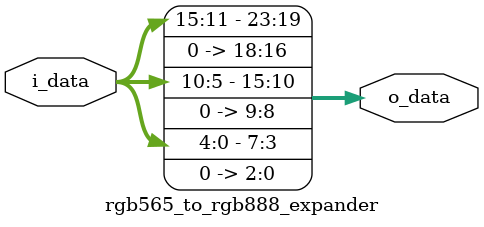
<source format=v>
`timescale 1ns / 1ps

// 
// Dependencies: 
// 
// Revision:
// Revision 0.01 - File Created
// Additional Comments:
// 
//////////////////////////////////////////////////////////////////////////////////


module rgb565_to_rgb888_expander(
  input [15:0] i_data,
  output [23:0] o_data
 );

//  user logic here

// Put the 16 bits of video data in the most significant bits for each colour and zero pad
assign o_data = {i_data[15:11], 3'b0, i_data[10:5], 2'b0, i_data[4:0], 3'b0};

endmodule

</source>
